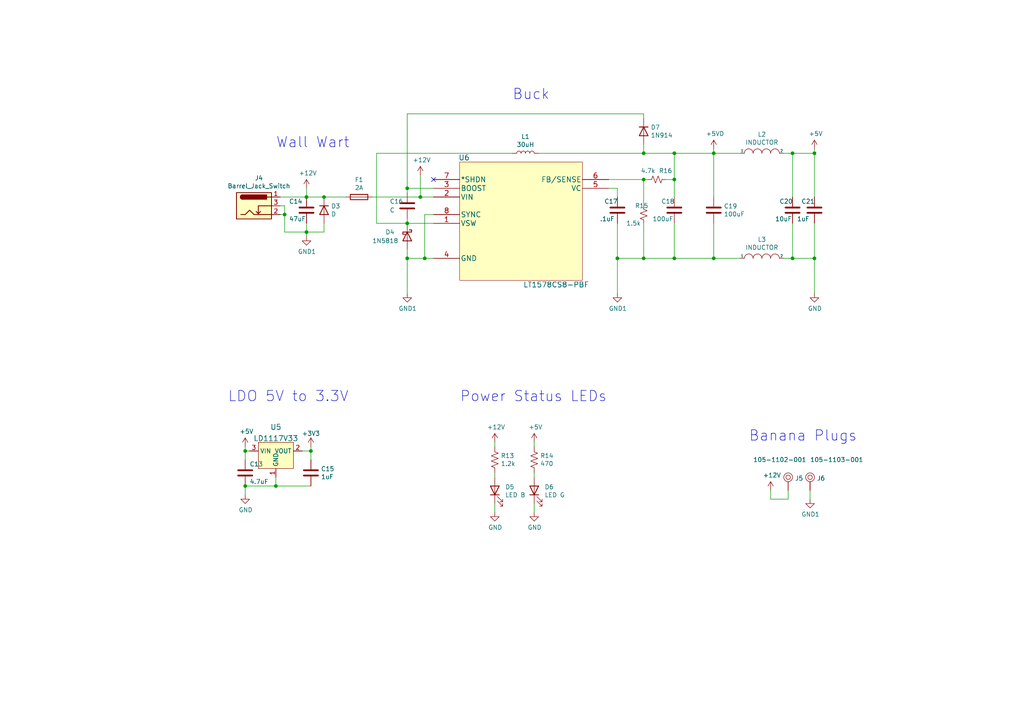
<source format=kicad_sch>
(kicad_sch (version 20211123) (generator eeschema)
  (paper "A4")
  (lib_symbols
    (symbol "Connector:Barrel_Jack_Switch" (pin_names hide)
      (property "Reference" "J" (at 0 5.334 0))
      (property "Value" "Barrel_Jack_Switch" (at 0 -5.08 0))
      (symbol "Barrel_Jack_Switch_0_1"
        (rectangle (start -5.08 3.81) (end 5.08 -3.81) (stroke (width 0.254)) (fill (type background)))
        (arc (start -3.302 3.175) (mid -3.937 2.54) (end -3.302 1.905) (stroke (width 0.254)))
        (arc (start -3.302 3.175) (mid -3.937 2.54) (end -3.302 1.905) (stroke (width 0.254)) (fill (type outline)))
        (polyline (pts (xy 1.27 -2.286) (xy 1.905 -1.651)) (stroke (width 0.254)))
        (polyline (pts (xy 5.08 2.54) (xy 3.81 2.54)) (stroke (width 0.254)))
        (polyline (pts (xy 5.08 0) (xy 1.27 0) (xy 1.27 -2.286) (xy 0.635 -1.651)) (stroke (width 0.254)))
        (polyline (pts (xy -3.81 -2.54) (xy -2.54 -2.54) (xy -1.27 -1.27) (xy 0 -2.54) (xy 2.54 -2.54) (xy 5.08 -2.54)) (stroke (width 0.254)))
        (rectangle (start 3.683 3.175) (end -3.302 1.905) (stroke (width 0.254)) (fill (type outline)))
      )
      (symbol "Barrel_Jack_Switch_1_1"
        (pin passive line (at 7.62 2.54 180) (length 2.54) (name "~") (number "1"))
        (pin passive line (at 7.62 -2.54 180) (length 2.54) (name "~") (number "2"))
        (pin passive line (at 7.62 0 180) (length 2.54) (name "~") (number "3"))
      )
    )
    (symbol "Device:C" (pin_numbers hide) (pin_names (offset 0.254))
      (property "Reference" "C" (at 0.635 2.54 0))
      (property "Value" "C" (at 0.635 -2.54 0))
      (symbol "C_0_1"
        (polyline (pts (xy -2.032 -0.762) (xy 2.032 -0.762)) (stroke (width 0.508)))
        (polyline (pts (xy -2.032 0.762) (xy 2.032 0.762)) (stroke (width 0.508)))
      )
      (symbol "C_1_1"
        (pin passive line (at 0 3.81 270) (length 2.794) (name "~") (number "1"))
        (pin passive line (at 0 -3.81 90) (length 2.794) (name "~") (number "2"))
      )
    )
    (symbol "Device:D" (pin_numbers hide) (pin_names (offset 1.016) hide)
      (property "Reference" "D" (at 0 2.54 0))
      (property "Value" "D" (at 0 -2.54 0))
      (symbol "D_0_1"
        (polyline (pts (xy -1.27 1.27) (xy -1.27 -1.27)) (stroke (width 0.254)))
        (polyline (pts (xy 1.27 0) (xy -1.27 0)))
        (polyline (pts (xy 1.27 1.27) (xy 1.27 -1.27) (xy -1.27 0) (xy 1.27 1.27)) (stroke (width 0.254)))
      )
      (symbol "D_1_1"
        (pin passive line (at -3.81 0 0) (length 2.54) (name "K") (number "1"))
        (pin passive line (at 3.81 0 180) (length 2.54) (name "A") (number "2"))
      )
    )
    (symbol "Device:Fuse" (pin_numbers hide) (pin_names (offset 0))
      (property "Reference" "F" (at 2.032 0 90))
      (property "Value" "Fuse" (at -1.905 0 90))
      (symbol "Fuse_0_1"
        (rectangle (start -0.762 -2.54) (end 0.762 2.54) (stroke (width 0.254)))
        (polyline (pts (xy 0 2.54) (xy 0 -2.54)))
      )
      (symbol "Fuse_1_1"
        (pin passive line (at 0 3.81 270) (length 1.27) (name "~") (number "1"))
        (pin passive line (at 0 -3.81 90) (length 1.27) (name "~") (number "2"))
      )
    )
    (symbol "Device:L" (pin_numbers hide) (pin_names (offset 1.016) hide)
      (property "Reference" "L" (at -1.27 0 90))
      (property "Value" "L" (at 1.905 0 90))
      (symbol "L_0_1"
        (arc (start 0 -2.54) (mid 0.635 -1.905) (end 0 -1.27))
        (arc (start 0 -1.27) (mid 0.635 -0.635) (end 0 0))
        (arc (start 0 0) (mid 0.635 0.635) (end 0 1.27))
        (arc (start 0 1.27) (mid 0.635 1.905) (end 0 2.54))
      )
      (symbol "L_1_1"
        (pin passive line (at 0 3.81 270) (length 1.27) (name "1") (number "1"))
        (pin passive line (at 0 -3.81 90) (length 1.27) (name "2") (number "2"))
      )
    )
    (symbol "Device:LED" (pin_numbers hide) (pin_names (offset 1.016) hide)
      (property "Reference" "D" (at 0 2.54 0))
      (property "Value" "LED" (at 0 -2.54 0))
      (symbol "LED_0_1"
        (polyline (pts (xy -1.27 -1.27) (xy -1.27 1.27)) (stroke (width 0.254)))
        (polyline (pts (xy -1.27 0) (xy 1.27 0)))
        (polyline (pts (xy 1.27 -1.27) (xy 1.27 1.27) (xy -1.27 0) (xy 1.27 -1.27)) (stroke (width 0.254)))
        (polyline (pts (xy -3.048 -0.762) (xy -4.572 -2.286) (xy -3.81 -2.286) (xy -4.572 -2.286) (xy -4.572 -1.524)))
        (polyline (pts (xy -1.778 -0.762) (xy -3.302 -2.286) (xy -2.54 -2.286) (xy -3.302 -2.286) (xy -3.302 -1.524)))
      )
      (symbol "LED_1_1"
        (pin passive line (at -3.81 0 0) (length 2.54) (name "K") (number "1"))
        (pin passive line (at 3.81 0 180) (length 2.54) (name "A") (number "2"))
      )
    )
    (symbol "Device:R_Small_US" (pin_numbers hide) (pin_names (offset 0.254) hide)
      (property "Reference" "R" (at 0.762 0.508 0))
      (property "Value" "R_Small_US" (at 0.762 -1.016 0))
      (symbol "R_Small_US_1_1"
        (polyline (pts (xy 0 0) (xy 1.016 -0.381) (xy 0 -0.762) (xy -1.016 -1.143) (xy 0 -1.524)))
        (polyline (pts (xy 0 1.524) (xy 1.016 1.143) (xy 0 0.762) (xy -1.016 0.381) (xy 0 0)))
        (pin passive line (at 0 2.54 270) (length 1.016) (name "~") (number "1"))
        (pin passive line (at 0 -2.54 90) (length 1.016) (name "~") (number "2"))
      )
    )
    (symbol "Device:R_US" (pin_numbers hide) (pin_names (offset 0))
      (property "Reference" "R" (at 2.54 0 90))
      (property "Value" "R_US" (at -2.54 0 90))
      (symbol "R_US_0_1"
        (polyline (pts (xy 0 -2.286) (xy 0 -2.54)))
        (polyline (pts (xy 0 2.286) (xy 0 2.54)))
        (polyline (pts (xy 0 -0.762) (xy 1.016 -1.143) (xy 0 -1.524) (xy -1.016 -1.905) (xy 0 -2.286)))
        (polyline (pts (xy 0 0.762) (xy 1.016 0.381) (xy 0 0) (xy -1.016 -0.381) (xy 0 -0.762)))
        (polyline (pts (xy 0 2.286) (xy 1.016 1.905) (xy 0 1.524) (xy -1.016 1.143) (xy 0 0.762)))
      )
      (symbol "R_US_1_1"
        (pin passive line (at 0 3.81 270) (length 1.27) (name "~") (number "1"))
        (pin passive line (at 0 -3.81 90) (length 1.27) (name "~") (number "2"))
      )
    )
    (symbol "Diode:1N5818" (pin_numbers hide) (pin_names (offset 1.016) hide)
      (property "Reference" "D" (at 0 2.54 0))
      (property "Value" "1N5818" (at 0 -2.54 0))
      (symbol "1N5818_0_1"
        (polyline (pts (xy 1.27 0) (xy -1.27 0)))
        (polyline (pts (xy 1.27 1.27) (xy 1.27 -1.27) (xy -1.27 0) (xy 1.27 1.27)) (stroke (width 0.254)))
        (polyline (pts (xy -1.905 0.635) (xy -1.905 1.27) (xy -1.27 1.27) (xy -1.27 -1.27) (xy -0.635 -1.27) (xy -0.635 -0.635)) (stroke (width 0.254)))
      )
      (symbol "1N5818_1_1"
        (pin passive line (at -3.81 0 0) (length 2.54) (name "K") (number "1"))
        (pin passive line (at 3.81 0 180) (length 2.54) (name "A") (number "2"))
      )
    )
    (symbol "Diode:1N914" (pin_numbers hide) (pin_names (offset 1.016) hide)
      (property "Reference" "D" (at 0 2.54 0))
      (property "Value" "1N914" (at 0 -2.54 0))
      (symbol "1N914_0_1"
        (polyline (pts (xy -1.27 1.27) (xy -1.27 -1.27)) (stroke (width 0.254)))
        (polyline (pts (xy 1.27 0) (xy -1.27 0)))
        (polyline (pts (xy 1.27 1.27) (xy 1.27 -1.27) (xy -1.27 0) (xy 1.27 1.27)) (stroke (width 0.254)))
      )
      (symbol "1N914_1_1"
        (pin passive line (at -3.81 0 0) (length 2.54) (name "K") (number "1"))
        (pin passive line (at 3.81 0 180) (length 2.54) (name "A") (number "2"))
      )
    )
    (symbol "UltraLibrarian:LT1578CS8-PBF" (pin_names (offset 0.254))
      (property "Reference" "U" (at 25.4 10.16 0))
      (property "Value" "LT1578CS8-PBF" (at 25.4 7.62 0))
      (symbol "LT1578CS8-PBF_1_1"
        (rectangle (start 7.62 5.08) (end 43.18 -29.21) (stroke (width 0.127)) (fill (type background)))
        (pin unspecified line (at 0 -12.7 0) (length 7.62) (name "VSW") (number "1"))
        (pin input line (at 0 -5.08 0) (length 7.62) (name "VIN") (number "2"))
        (pin input line (at 0 -2.54 0) (length 7.62) (name "BOOST") (number "3"))
        (pin power_in line (at 0 -22.86 0) (length 7.62) (name "GND") (number "4"))
        (pin output line (at 50.8 -2.54 180) (length 7.62) (name "VC") (number "5"))
        (pin output line (at 50.8 0 180) (length 7.62) (name "FB/SENSE") (number "6"))
        (pin input line (at 0 0 0) (length 7.62) (name "*SHDN") (number "7"))
        (pin unspecified line (at 0 -10.16 0) (length 7.62) (name "SYNC") (number "8"))
      )
    )
    (symbol "dk_Banana-and-Tip-Connectors-Jacks-Plugs:105-1102-001" (pin_numbers hide) (pin_names (offset 1.016) hide)
      (property "Reference" "J" (at -1.27 1.27 0))
      (property "Value" "105-1102-001" (at 1.27 -2.54 0))
      (symbol "105-1102-001_0_1"
        (circle (center 0 0) (radius 1.27))
      )
      (symbol "105-1102-001_1_1"
        (circle (center 0 0) (radius 0.635))
        (pin passive line (at 0 -3.81 90) (length 2.54) (name "~") (number "1"))
      )
    )
    (symbol "dk_Banana-and-Tip-Connectors-Jacks-Plugs:105-1103-001" (pin_numbers hide) (pin_names (offset 1.016) hide)
      (property "Reference" "J" (at -1.27 1.27 0))
      (property "Value" "105-1103-001" (at 1.27 -2.54 0))
      (symbol "105-1103-001_1_1"
        (circle (center 0 0) (radius 0.635))
        (circle (center 0 0) (radius 1.27))
        (pin passive line (at 0 -3.81 90) (length 2.54) (name "~") (number "1"))
      )
    )
    (symbol "dk_PMIC-Voltage-Regulators-Linear:LD1117V33"
      (property "Reference" "U" (at 0 3.81 0))
      (property "Value" "LD1117V33" (at 0 6.35 0))
      (symbol "LD1117V33_1_1"
        (rectangle (start -5.08 2.54) (end 5.08 -5.08) (fill (type background)))
        (pin power_in line (at 0 -7.62 90) (length 2.54) (name "GND") (number "1"))
        (pin power_out line (at 7.62 0 180) (length 2.54) (name "VOUT") (number "2"))
        (pin power_in line (at -7.62 0 0) (length 2.54) (name "VIN") (number "3"))
      )
    )
    (symbol "power:+12V" (power) (pin_names (offset 0))
      (property "Value" "+12V" (at 0 3.556 0))
      (symbol "+12V_0_1"
        (polyline (pts (xy -0.762 1.27) (xy 0 2.54)))
        (polyline (pts (xy 0 0) (xy 0 2.54)))
        (polyline (pts (xy 0 2.54) (xy 0.762 1.27)))
      )
      (symbol "+12V_1_1"
        (pin power_in line (at 0 0 90) (length 0) hide (name "+12V") (number "1"))
      )
    )
    (symbol "power:+3V3" (power) (pin_names (offset 0))
      (property "Value" "+3V3" (at 0 3.556 0))
      (symbol "+3V3_0_1"
        (polyline (pts (xy -0.762 1.27) (xy 0 2.54)))
        (polyline (pts (xy 0 0) (xy 0 2.54)))
        (polyline (pts (xy 0 2.54) (xy 0.762 1.27)))
      )
      (symbol "+3V3_1_1"
        (pin power_in line (at 0 0 90) (length 0) hide (name "+3V3") (number "1"))
      )
    )
    (symbol "power:+5V" (power) (pin_names (offset 0))
      (property "Value" "+5V" (at 0 3.556 0))
      (symbol "+5V_0_1"
        (polyline (pts (xy -0.762 1.27) (xy 0 2.54)))
        (polyline (pts (xy 0 0) (xy 0 2.54)))
        (polyline (pts (xy 0 2.54) (xy 0.762 1.27)))
      )
      (symbol "+5V_1_1"
        (pin power_in line (at 0 0 90) (length 0) hide (name "+5V") (number "1"))
      )
    )
    (symbol "power:+5VD" (power) (pin_names (offset 0))
      (property "Value" "+5VD" (at 0 3.556 0))
      (symbol "+5VD_0_1"
        (polyline (pts (xy -0.762 1.27) (xy 0 2.54)))
        (polyline (pts (xy 0 0) (xy 0 2.54)))
        (polyline (pts (xy 0 2.54) (xy 0.762 1.27)))
      )
      (symbol "+5VD_1_1"
        (pin power_in line (at 0 0 90) (length 0) hide (name "+5VD") (number "1"))
      )
    )
    (symbol "power:GND" (power) (pin_names (offset 0))
      (property "Value" "GND" (at 0 -3.81 0))
      (symbol "GND_0_1"
        (polyline (pts (xy 0 0) (xy 0 -1.27) (xy 1.27 -1.27) (xy 0 -2.54) (xy -1.27 -1.27) (xy 0 -1.27)))
      )
      (symbol "GND_1_1"
        (pin power_in line (at 0 0 270) (length 0) hide (name "GND") (number "1"))
      )
    )
    (symbol "power:GND1" (power) (pin_names (offset 0))
      (property "Value" "GND1" (at 0 -3.81 0))
      (symbol "GND1_0_1"
        (polyline (pts (xy 0 0) (xy 0 -1.27) (xy 1.27 -1.27) (xy 0 -2.54) (xy -1.27 -1.27) (xy 0 -1.27)))
      )
      (symbol "GND1_1_1"
        (pin power_in line (at 0 0 270) (length 0) hide (name "GND1") (number "1"))
      )
    )
    (symbol "pspice:INDUCTOR" (pin_numbers hide) (pin_names (offset 0))
      (property "Reference" "L" (at 0 2.54 0))
      (property "Value" "INDUCTOR" (at 0 -1.27 0))
      (symbol "INDUCTOR_0_1"
        (arc (start -2.54 0) (mid -3.81 1.27) (end -5.08 0))
        (arc (start 0 0) (mid -1.27 1.27) (end -2.54 0))
        (arc (start 2.54 0) (mid 1.27 1.27) (end 0 0))
        (arc (start 5.08 0) (mid 3.81 1.27) (end 2.54 0))
      )
      (symbol "INDUCTOR_1_1"
        (pin input line (at -6.35 0 0) (length 1.27) (name "1") (number "1"))
        (pin input line (at 6.35 0 180) (length 1.27) (name "2") (number "2"))
      )
    )
  )
  (junction (at 229.87 44.45))
  (junction (at 195.58 52.07))
  (junction (at 236.22 44.45))
  (junction (at 207.01 74.93))
  (junction (at 179.07 74.93))
  (junction (at 195.58 74.93))
  (junction (at 186.69 52.07))
  (junction (at 186.69 74.93))
  (junction (at 93.98 57.15))
  (junction (at 229.87 74.93))
  (junction (at 118.11 74.93))
  (junction (at 236.22 74.93))
  (junction (at 121.92 57.15))
  (junction (at 186.69 44.45))
  (junction (at 88.9 67.31))
  (junction (at 207.01 44.45))
  (junction (at 195.58 44.45))
  (junction (at 71.12 130.81))
  (junction (at 80.01 140.97))
  (junction (at 118.11 64.77))
  (junction (at 90.17 130.81))
  (junction (at 71.12 140.97))
  (junction (at 123.19 74.93))
  (junction (at 82.55 62.23))
  (junction (at 88.9 57.15))
  (junction (at 118.11 54.61))
  (no_connect (at 125.73 52.07))
  (wire (pts (xy 156.21 44.45) (xy 186.69 44.45)))
  (wire (pts (xy 107.95 57.15) (xy 121.92 57.15)))
  (wire (pts (xy 80.01 140.97) (xy 80.01 138.43)))
  (wire (pts (xy 118.11 74.93) (xy 123.19 74.93)))
  (wire (pts (xy 123.19 74.93) (xy 125.73 74.93)))
  (wire (pts (xy 71.12 140.97) (xy 80.01 140.97)))
  (wire (pts (xy 229.87 44.45) (xy 236.22 44.45)))
  (wire (pts (xy 118.11 63.5) (xy 118.11 64.77)))
  (wire (pts (xy 125.73 62.23) (xy 123.19 62.23)))
  (wire (pts (xy 186.69 44.45) (xy 195.58 44.45)))
  (wire (pts (xy 90.17 140.97) (xy 80.01 140.97)))
  (wire (pts (xy 195.58 64.77) (xy 195.58 74.93)))
  (wire (pts (xy 228.6 144.78) (xy 228.6 142.24)))
  (wire (pts (xy 207.01 57.15) (xy 207.01 44.45)))
  (wire (pts (xy 88.9 67.31) (xy 93.98 67.31)))
  (wire (pts (xy 121.92 57.15) (xy 125.73 57.15)))
  (wire (pts (xy 81.28 57.15) (xy 88.9 57.15)))
  (wire (pts (xy 223.52 142.24) (xy 223.52 144.78)))
  (wire (pts (xy 195.58 52.07) (xy 195.58 44.45)))
  (wire (pts (xy 207.01 74.93) (xy 207.01 64.77)))
  (wire (pts (xy 118.11 64.77) (xy 109.22 64.77)))
  (wire (pts (xy 125.73 54.61) (xy 118.11 54.61)))
  (wire (pts (xy 236.22 44.45) (xy 236.22 43.18)))
  (wire (pts (xy 121.92 57.15) (xy 121.92 50.8)))
  (wire (pts (xy 118.11 33.02) (xy 186.69 33.02)))
  (wire (pts (xy 71.12 130.81) (xy 71.12 129.54)))
  (wire (pts (xy 143.51 137.16) (xy 143.51 138.43)))
  (wire (pts (xy 72.39 130.81) (xy 71.12 130.81)))
  (wire (pts (xy 90.17 130.81) (xy 90.17 129.54)))
  (wire (pts (xy 88.9 57.15) (xy 88.9 54.61)))
  (wire (pts (xy 176.53 52.07) (xy 186.69 52.07)))
  (wire (pts (xy 227.33 74.93) (xy 229.87 74.93)))
  (wire (pts (xy 234.95 142.24) (xy 234.95 144.78)))
  (wire (pts (xy 207.01 74.93) (xy 214.63 74.93)))
  (wire (pts (xy 118.11 74.93) (xy 118.11 85.09)))
  (wire (pts (xy 88.9 64.77) (xy 88.9 67.31)))
  (wire (pts (xy 179.07 74.93) (xy 179.07 85.09)))
  (wire (pts (xy 236.22 44.45) (xy 236.22 57.15)))
  (wire (pts (xy 90.17 130.81) (xy 87.63 130.81)))
  (wire (pts (xy 186.69 52.07) (xy 186.69 59.69)))
  (wire (pts (xy 195.58 44.45) (xy 207.01 44.45)))
  (wire (pts (xy 195.58 52.07) (xy 195.58 57.15)))
  (wire (pts (xy 207.01 44.45) (xy 214.63 44.45)))
  (wire (pts (xy 93.98 57.15) (xy 88.9 57.15)))
  (wire (pts (xy 143.51 128.27) (xy 143.51 129.54)))
  (wire (pts (xy 154.94 137.16) (xy 154.94 138.43)))
  (wire (pts (xy 186.69 41.91) (xy 186.69 44.45)))
  (wire (pts (xy 193.04 52.07) (xy 195.58 52.07)))
  (wire (pts (xy 109.22 44.45) (xy 148.59 44.45)))
  (wire (pts (xy 123.19 62.23) (xy 123.19 74.93)))
  (wire (pts (xy 109.22 64.77) (xy 109.22 44.45)))
  (wire (pts (xy 90.17 133.35) (xy 90.17 130.81)))
  (wire (pts (xy 154.94 146.05) (xy 154.94 148.59)))
  (wire (pts (xy 81.28 62.23) (xy 82.55 62.23)))
  (wire (pts (xy 227.33 44.45) (xy 229.87 44.45)))
  (wire (pts (xy 223.52 144.78) (xy 228.6 144.78)))
  (wire (pts (xy 186.69 64.77) (xy 186.69 74.93)))
  (wire (pts (xy 186.69 33.02) (xy 186.69 34.29)))
  (wire (pts (xy 179.07 54.61) (xy 179.07 57.15)))
  (wire (pts (xy 229.87 57.15) (xy 229.87 44.45)))
  (wire (pts (xy 179.07 64.77) (xy 179.07 74.93)))
  (wire (pts (xy 82.55 59.69) (xy 82.55 62.23)))
  (wire (pts (xy 176.53 54.61) (xy 179.07 54.61)))
  (wire (pts (xy 179.07 74.93) (xy 186.69 74.93)))
  (wire (pts (xy 71.12 133.35) (xy 71.12 130.81)))
  (wire (pts (xy 125.73 64.77) (xy 118.11 64.77)))
  (wire (pts (xy 81.28 59.69) (xy 82.55 59.69)))
  (wire (pts (xy 186.69 52.07) (xy 187.96 52.07)))
  (wire (pts (xy 88.9 67.31) (xy 88.9 68.58)))
  (wire (pts (xy 82.55 62.23) (xy 82.55 67.31)))
  (wire (pts (xy 82.55 67.31) (xy 88.9 67.31)))
  (wire (pts (xy 154.94 128.27) (xy 154.94 129.54)))
  (wire (pts (xy 207.01 43.18) (xy 207.01 44.45)))
  (wire (pts (xy 229.87 64.77) (xy 229.87 74.93)))
  (wire (pts (xy 118.11 54.61) (xy 118.11 55.88)))
  (wire (pts (xy 236.22 74.93) (xy 236.22 85.09)))
  (wire (pts (xy 118.11 54.61) (xy 118.11 33.02)))
  (wire (pts (xy 118.11 72.39) (xy 118.11 74.93)))
  (wire (pts (xy 229.87 74.93) (xy 236.22 74.93)))
  (wire (pts (xy 195.58 74.93) (xy 207.01 74.93)))
  (wire (pts (xy 186.69 74.93) (xy 195.58 74.93)))
  (wire (pts (xy 236.22 64.77) (xy 236.22 74.93)))
  (wire (pts (xy 71.12 143.51) (xy 71.12 140.97)))
  (wire (pts (xy 93.98 67.31) (xy 93.98 64.77)))
  (wire (pts (xy 143.51 146.05) (xy 143.51 148.59)))
  (wire (pts (xy 100.33 57.15) (xy 93.98 57.15)))
  (text "Buck\n" (at 148.59 29.21 0) (effects (font (size 2.9972 2.9972)) (justify left bottom)))
  (text "Banana Plugs\n" (at 217.17 128.27 0) (effects (font (size 2.9972 2.9972)) (justify left bottom)))
  (text "Power Status LEDs\n" (at 133.35 116.84 0) (effects (font (size 2.9972 2.9972)) (justify left bottom)))
  (text "Wall Wart\n" (at 80.01 43.18 0) (effects (font (size 2.9972 2.9972)) (justify left bottom)))
  (text "LDO 5V to 3.3V\n" (at 66.04 116.84 0) (effects (font (size 2.9972 2.9972)) (justify left bottom)))
  (symbol (lib_id "UltraLibrarian:LT1578CS8-PBF") (at 125.73 52.07 0) (unit 1)
    (property "Reference" "U6" (at 134.62 45.72 0) (effects (font (size 1.524 1.524))))
    (property "Value" "LT1578CS8-PBF" (at 161.29 82.55 0) (effects (font (size 1.524 1.524))))
    (property "Footprint" "buck_lt:LT1578CS8-PBF" (effects hide))
  )
  (symbol (lib_id "power:+12V") (at 88.9 54.61 0) (unit 1)
    (property "Reference" "#PWR038" (effects hide))
    (property "Value" "+12V" (at 89.281 50.2158 0))
  )
  (symbol (lib_id "power:GND1") (at 88.9 68.58 0) (unit 1)
    (property "Reference" "#PWR039" (effects hide))
    (property "Value" "GND1" (at 89.027 72.9742 0))
  )
  (symbol (lib_id "Device:C") (at 179.07 60.96 0) (unit 1)
    (property "Reference" "C17" (at 175.26 58.42 0) (effects (justify left)))
    (property "Value" ".1uF" (at 173.99 63.5 0) (effects (justify left)))
    (property "Footprint" "Capacitor_SMD:C_0603_1608Metric" (effects hide))
  )
  (symbol (lib_id "Device:C") (at 88.9 60.96 0) (unit 1)
    (property "Reference" "C14" (at 83.82 58.42 0) (effects (justify left)))
    (property "Value" "47uF" (at 83.82 63.5 0) (effects (justify left)))
    (property "Footprint" "Capacitor_SMD:C_0603_1608Metric" (effects hide))
  )
  (symbol (lib_id "Diode:1N5818") (at 118.11 68.58 270) (unit 1)
    (property "Reference" "D4" (at 111.76 67.31 90) (effects (justify left)))
    (property "Value" "1N5818" (at 107.95 69.85 90) (effects (justify left)))
    (property "Footprint" "Diode_THT:D_DO-41_SOD81_P10.16mm_Horizontal" (effects hide))
    (property "Datasheet" "http://www.vishay.com/docs/88525/1n5817.pdf" (effects hide))
  )
  (symbol (lib_id "power:GND1") (at 118.11 85.09 0) (unit 1)
    (property "Reference" "#PWR041" (effects hide))
    (property "Value" "GND1" (at 118.237 89.4842 0))
  )
  (symbol (lib_id "power:GND1") (at 179.07 85.09 0) (unit 1)
    (property "Reference" "#PWR047" (effects hide))
    (property "Value" "GND1" (at 179.197 89.4842 0))
  )
  (symbol (lib_id "Device:R_Small_US") (at 190.5 52.07 270) (unit 1)
    (property "Reference" "R16" (at 193.04 49.53 90))
    (property "Value" "4.7k" (at 187.96 49.53 90))
    (property "Footprint" "Resistor_SMD:R_0603_1608Metric" (effects hide))
  )
  (symbol (lib_id "Device:R_Small_US") (at 186.69 62.23 180) (unit 1)
    (property "Reference" "R15" (at 184.15 59.69 0) (effects (justify right)))
    (property "Value" "1.5k" (at 181.61 64.77 0) (effects (justify right)))
    (property "Footprint" "Resistor_SMD:R_0603_1608Metric" (effects hide))
  )
  (symbol (lib_id "Device:C") (at 118.11 59.69 0) (unit 1)
    (property "Reference" "C16" (at 113.03 58.42 0) (effects (justify left)))
    (property "Value" "C" (at 113.03 60.96 0) (effects (justify left)))
    (property "Footprint" "Capacitor_SMD:C_0603_1608Metric" (effects hide))
  )
  (symbol (lib_id "Device:L") (at 152.4 44.45 90) (unit 1)
    (property "Reference" "L1" (at 152.4 39.624 90))
    (property "Value" "30uH" (at 152.4 41.9354 90))
    (property "Footprint" "Inductor_SMD:L_0603_1608Metric" (effects hide))
  )
  (symbol (lib_id "Device:C") (at 195.58 60.96 0) (unit 1)
    (property "Reference" "C18" (at 191.77 58.42 0) (effects (justify left)))
    (property "Value" "100uF" (at 189.23 63.5 0) (effects (justify left)))
    (property "Footprint" "Capacitor_SMD:C_0603_1608Metric" (effects hide))
  )
  (symbol (lib_id "Diode:1N914") (at 186.69 38.1 270) (unit 1)
    (property "Reference" "D7" (at 188.722 36.9316 90) (effects (justify left)))
    (property "Value" "1N914" (at 188.722 39.243 90) (effects (justify left)))
    (property "Footprint" "Diode_THT:D_DO-35_SOD27_P7.62mm_Horizontal" (effects hide))
    (property "Datasheet" "http://www.vishay.com/docs/85622/1n914.pdf" (effects hide))
  )
  (symbol (lib_id "Device:C") (at 207.01 60.96 0) (unit 1)
    (property "Reference" "C19" (at 209.931 59.7916 0) (effects (justify left)))
    (property "Value" "100uF" (at 209.931 62.103 0) (effects (justify left)))
    (property "Footprint" "Capacitor_SMD:C_0603_1608Metric" (effects hide))
  )
  (symbol (lib_id "power:+12V") (at 121.92 50.8 0) (unit 1)
    (property "Reference" "#PWR042" (effects hide))
    (property "Value" "+12V" (at 122.301 46.4058 0))
  )
  (symbol (lib_id "dk_Banana-and-Tip-Connectors-Jacks-Plugs:105-1102-001") (at 228.6 138.43 0) (unit 1)
    (property "Reference" "J5" (at 230.5812 138.7348 0) (effects (justify left)))
    (property "Value" "105-1102-001" (at 218.44 133.35 0) (effects (justify left)))
    (property "Footprint" "digikey-footprints:Test_Jack_Horiz" (effects hide))
    (property "Datasheet" "https://belfuse.com/resources/Johnson/drawings/dr-1051101001.pdf" (effects hide))
    (property "Digi-Key_PN" "J576-ND" (effects hide))
    (property "MPN" "105-1102-001" (effects hide))
    (property "Category" "Connectors, Interconnects" (effects hide))
    (property "Family" "Banana and Tip Connectors - Jacks, Plugs" (effects hide))
    (property "DK_Datasheet_Link" "https://belfuse.com/resources/Johnson/drawings/dr-1051101001.pdf" (effects hide))
    (property "DK_Detail_Page" "/product-detail/en/cinch-connectivity-solutions-johnson/105-1102-001/J576-ND/241121" (effects hide))
    (property "Description" "CONN TIP JACK SOLDER RED" (effects hide))
    (property "Manufacturer" "Cinch Connectivity Solutions Johnson" (effects hide))
    (property "Status" "Active" (effects hide))
  )
  (symbol (lib_id "dk_Banana-and-Tip-Connectors-Jacks-Plugs:105-1103-001") (at 234.95 138.43 0) (unit 1)
    (property "Reference" "J6" (at 236.9312 138.7348 0) (effects (justify left)))
    (property "Value" "105-1103-001" (at 234.95 133.35 0) (effects (justify left)))
    (property "Footprint" "digikey-footprints:Test_Jack_Horiz" (effects hide))
    (property "Datasheet" "https://belfuse.com/resources/Johnson/drawings/dr-1051101001.pdf" (effects hide))
    (property "Digi-Key_PN" "J577-ND" (effects hide))
    (property "MPN" "105-1103-001" (effects hide))
    (property "Category" "Connectors, Interconnects" (effects hide))
    (property "Family" "Banana and Tip Connectors - Jacks, Plugs" (effects hide))
    (property "DK_Datasheet_Link" "https://belfuse.com/resources/Johnson/drawings/dr-1051101001.pdf" (effects hide))
    (property "DK_Detail_Page" "/product-detail/en/cinch-connectivity-solutions-johnson/105-1103-001/J577-ND/241122" (effects hide))
    (property "Description" "CONN TIP JACK SOLDER BLACK" (effects hide))
    (property "Manufacturer" "Cinch Connectivity Solutions Johnson" (effects hide))
    (property "Status" "Active" (effects hide))
  )
  (symbol (lib_id "power:+12V") (at 223.52 142.24 0) (unit 1)
    (property "Reference" "#PWR049" (effects hide))
    (property "Value" "+12V" (at 223.901 137.8458 0))
  )
  (symbol (lib_id "Device:C") (at 90.17 137.16 0) (unit 1)
    (property "Reference" "C15" (at 93.091 135.9916 0) (effects (justify left)))
    (property "Value" "1uF" (at 93.091 138.303 0) (effects (justify left)))
    (property "Footprint" "Capacitor_SMD:C_0603_1608Metric" (effects hide))
  )
  (symbol (lib_id "Device:C") (at 71.12 137.16 0) (unit 1)
    (property "Reference" "C13" (at 72.39 134.62 0) (effects (justify left)))
    (property "Value" "4.7uF" (at 72.39 139.7 0) (effects (justify left)))
    (property "Footprint" "Capacitor_SMD:C_0603_1608Metric" (effects hide))
  )
  (symbol (lib_id "power:GND") (at 71.12 143.51 0) (unit 1)
    (property "Reference" "#PWR037" (effects hide))
    (property "Value" "GND" (at 71.247 147.9042 0))
  )
  (symbol (lib_id "power:+5V") (at 71.12 129.54 0) (unit 1)
    (property "Reference" "#PWR036" (effects hide))
    (property "Value" "+5V" (at 71.501 125.1458 0))
  )
  (symbol (lib_id "power:+3V3") (at 90.17 129.54 0) (unit 1)
    (property "Reference" "#PWR040" (effects hide))
    (property "Value" "+3V3" (at 90.17 125.73 0))
  )
  (symbol (lib_id "power:+12V") (at 143.51 128.27 0) (unit 1)
    (property "Reference" "#PWR043" (effects hide))
    (property "Value" "+12V" (at 143.891 123.8758 0))
  )
  (symbol (lib_id "power:+5V") (at 154.94 128.27 0) (unit 1)
    (property "Reference" "#PWR045" (effects hide))
    (property "Value" "+5V" (at 155.321 123.8758 0))
  )
  (symbol (lib_id "power:GND") (at 154.94 148.59 0) (unit 1)
    (property "Reference" "#PWR046" (effects hide))
    (property "Value" "GND" (at 155.067 152.9842 0))
  )
  (symbol (lib_id "power:GND") (at 143.51 148.59 0) (unit 1)
    (property "Reference" "#PWR044" (effects hide))
    (property "Value" "GND" (at 143.637 152.9842 0))
  )
  (symbol (lib_id "Device:R_US") (at 154.94 133.35 0) (unit 1)
    (property "Reference" "R14" (at 156.6672 132.1816 0) (effects (justify left)))
    (property "Value" "470" (at 156.6672 134.493 0) (effects (justify left)))
    (property "Footprint" "Resistor_SMD:R_0603_1608Metric" (effects hide))
  )
  (symbol (lib_id "Device:R_US") (at 143.51 133.35 0) (unit 1)
    (property "Reference" "R13" (at 145.2372 132.1816 0) (effects (justify left)))
    (property "Value" "1.2k" (at 145.2372 134.493 0) (effects (justify left)))
    (property "Footprint" "Resistor_SMD:R_0603_1608Metric" (effects hide))
  )
  (symbol (lib_id "Device:LED") (at 154.94 142.24 90) (unit 1)
    (property "Reference" "D6" (at 157.9372 141.2494 90) (effects (justify right)))
    (property "Value" "LED G" (at 157.9372 143.5608 90) (effects (justify right)))
    (property "Footprint" "LED_THT:LED_D3.0mm" (effects hide))
  )
  (symbol (lib_id "Device:LED") (at 143.51 142.24 90) (unit 1)
    (property "Reference" "D5" (at 146.5072 141.2494 90) (effects (justify right)))
    (property "Value" "LED B" (at 146.5072 143.5608 90) (effects (justify right)))
    (property "Footprint" "LED_THT:LED_D3.0mm" (effects hide))
  )
  (symbol (lib_id "Device:Fuse") (at 104.14 57.15 270) (unit 1)
    (property "Reference" "F1" (at 104.14 52.1462 90))
    (property "Value" "2A" (at 104.14 54.4576 90))
    (property "Footprint" "Fuse:Fuse_0603_1608Metric" (effects hide))
    (property "Datasheet" "RSTA 2 AMMO" (effects hide))
  )
  (symbol (lib_id "Device:D") (at 93.98 60.96 270) (unit 1)
    (property "Reference" "D3" (at 96.012 59.7916 90) (effects (justify left)))
    (property "Value" "D" (at 96.012 62.103 90) (effects (justify left)))
    (property "Footprint" "Diode_SMD:D_0603_1608Metric" (effects hide))
  )
  (symbol (lib_id "pspice:INDUCTOR") (at 220.98 44.45 0) (unit 1)
    (property "Reference" "L2" (at 220.98 38.989 0))
    (property "Value" "INDUCTOR" (at 220.98 41.3004 0))
    (property "Footprint" "Inductor_SMD:L_0603_1608Metric" (effects hide))
  )
  (symbol (lib_id "pspice:INDUCTOR") (at 220.98 74.93 0) (unit 1)
    (property "Reference" "L3" (at 220.98 69.469 0))
    (property "Value" "INDUCTOR" (at 220.98 71.7804 0))
    (property "Footprint" "Inductor_SMD:L_0603_1608Metric" (effects hide))
  )
  (symbol (lib_id "power:+5V") (at 236.22 43.18 0) (unit 1)
    (property "Reference" "#PWR051" (effects hide))
    (property "Value" "+5V" (at 236.601 38.7858 0))
  )
  (symbol (lib_id "power:+5VD") (at 207.01 43.18 0) (unit 1)
    (property "Reference" "#PWR048" (effects hide))
    (property "Value" "+5VD" (at 207.391 38.7858 0))
  )
  (symbol (lib_id "power:GND") (at 236.22 85.09 0) (unit 1)
    (property "Reference" "#PWR052" (effects hide))
    (property "Value" "GND" (at 236.347 89.4842 0))
  )
  (symbol (lib_id "power:GND1") (at 234.95 144.78 0) (unit 1)
    (property "Reference" "#PWR050" (effects hide))
    (property "Value" "GND1" (at 235.077 149.1742 0))
  )
  (symbol (lib_id "Device:C") (at 236.22 60.96 0) (unit 1)
    (property "Reference" "C21" (at 232.41 58.42 0) (effects (justify left)))
    (property "Value" "1uF" (at 231.14 63.5 0) (effects (justify left)))
    (property "Footprint" "Capacitor_SMD:C_0603_1608Metric" (effects hide))
  )
  (symbol (lib_id "Device:C") (at 229.87 60.96 0) (unit 1)
    (property "Reference" "C20" (at 226.06 58.42 0) (effects (justify left)))
    (property "Value" "10uF" (at 224.79 63.5 0) (effects (justify left)))
    (property "Footprint" "Capacitor_SMD:C_0603_1608Metric" (effects hide))
  )
  (symbol (lib_id "Connector:Barrel_Jack_Switch") (at 73.66 59.69 0) (unit 1)
    (property "Reference" "J4" (at 75.1078 51.6382 0))
    (property "Value" "Barrel_Jack_Switch" (at 75.1078 53.9496 0))
    (property "Footprint" "barrel_jack:MJ-180PH" (effects hide))
  )
  (symbol (lib_id "dk_PMIC-Voltage-Regulators-Linear:LD1117V33") (at 80.01 130.81 0) (unit 1)
    (property "Reference" "U5" (at 80.01 123.8661 0) (effects (font (size 1.524 1.524))))
    (property "Value" "LD1117V33" (at 80.01 127.1451 0) (effects (font (size 1.524 1.524))))
    (property "Footprint" "digikey-footprints:TO-220-3" (effects hide))
    (property "Datasheet" "http://www.st.com/content/ccc/resource/technical/document/datasheet/99/3b/7d/91/91/51/4b/be/CD00000544.pdf/files/CD00000544.pdf/jcr:content/translations/en.CD00000544.pdf" (effects hide))
    (property "Digi-Key_PN" "497-1491-5-ND" (effects hide))
    (property "MPN" "LD1117V33" (effects hide))
    (property "Category" "Integrated Circuits (ICs)" (effects hide))
    (property "Family" "PMIC - Voltage Regulators - Linear" (effects hide))
    (property "DK_Datasheet_Link" "http://www.st.com/content/ccc/resource/technical/document/datasheet/99/3b/7d/91/91/51/4b/be/CD00000544.pdf/files/CD00000544.pdf/jcr:content/translations/en.CD00000544.pdf" (effects hide))
    (property "DK_Detail_Page" "/product-detail/en/stmicroelectronics/LD1117V33/497-1491-5-ND/586012" (effects hide))
    (property "Description" "IC REG LINEAR 3.3V 800MA TO220AB" (effects hide))
    (property "Manufacturer" "STMicroelectronics" (effects hide))
    (property "Status" "Active" (effects hide))
  )
)
</source>
